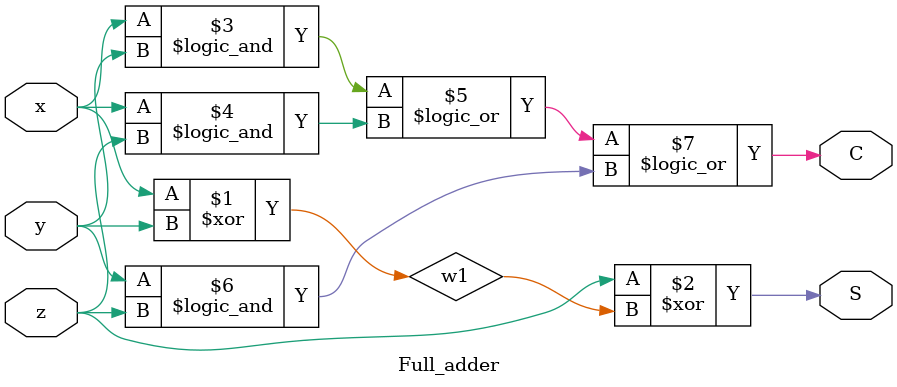
<source format=v>
module Full_adder(x,y,z,S,C);
    input x,y,z;
    output S,C;
    wire w1;

    xor (w1,x,y);
    xor (S,z,w1);

    assign C = (x&&y) || (x&&z) ||(y&&z);
endmodule
</source>
